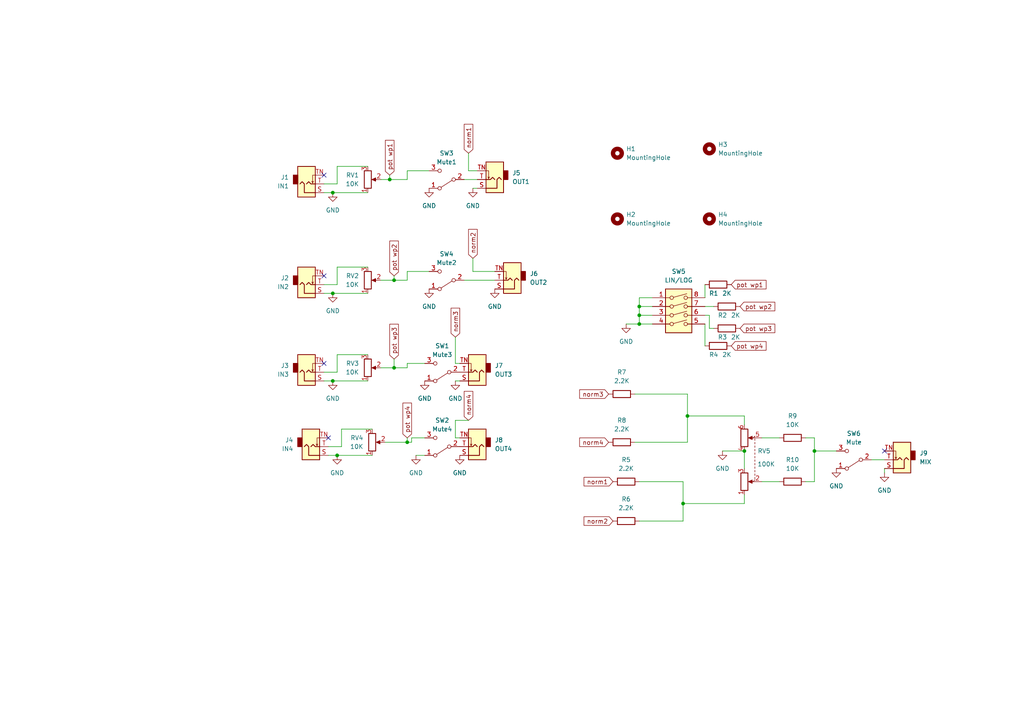
<source format=kicad_sch>
(kicad_sch (version 20211123) (generator eeschema)
  (paper "A4")
  (title_block (title "Attenuateur4") (date "2023-03-09"))
  (lib_symbols
    (symbol "Connector:AudioJack2_SwitchT"
      (property "Reference" "J" (at 0 8.89 0))
      (property "Value" "AudioJack2_SwitchT" (at 0 6.35 0))
      (symbol "AudioJack2_SwitchT_0_1"
        (rectangle (start -2.54 0) (end -3.81 -2.54) (stroke (width 0.254)) (fill (type outline)))
        (polyline (pts (xy 1.778 -0.254) (xy 2.032 -0.762)))
        (polyline (pts (xy 0 0) (xy 0.635 -0.635) (xy 1.27 0) (xy 2.54 0)) (stroke (width 0.254)))
        (polyline (pts (xy 2.54 -2.54) (xy 1.778 -2.54) (xy 1.778 -0.254) (xy 1.524 -0.762)))
        (polyline (pts (xy 2.54 2.54) (xy -0.635 2.54) (xy -0.635 0) (xy -1.27 -0.635) (xy -1.905 0)) (stroke (width 0.254)))
        (rectangle (start 2.54 3.81) (end -2.54 -5.08) (stroke (width 0.254)) (fill (type background)))
      )
      (symbol "AudioJack2_SwitchT_1_1"
        (pin passive line (at 5.08 2.54 180) (length 2.54) (name "~") (number "S"))
        (pin passive line (at 5.08 0 180) (length 2.54) (name "~") (number "T"))
        (pin passive line (at 5.08 -2.54 180) (length 2.54) (name "~") (number "TN"))
      )
    )
    (symbol "Device:R" (pin_numbers hide) (pin_names (offset 0))
      (property "Reference" "R" (at 2.032 0 90))
      (property "Value" "R" (at 0 0 90))
      (symbol "R_0_1"
        (rectangle (start -1.016 -2.54) (end 1.016 2.54) (stroke (width 0.254)))
      )
      (symbol "R_1_1"
        (pin passive line (at 0 3.81 270) (length 1.27) (name "~") (number "1"))
        (pin passive line (at 0 -3.81 90) (length 1.27) (name "~") (number "2"))
      )
    )
    (symbol "Device:R_Potentiometer" (pin_names (offset 1.016) hide)
      (property "Reference" "RV" (at -4.445 0 90))
      (property "Value" "R_Potentiometer" (at -2.54 0 90))
      (symbol "R_Potentiometer_0_1"
        (polyline (pts (xy 2.54 0) (xy 1.524 0)))
        (polyline (pts (xy 1.143 0) (xy 2.286 0.508) (xy 2.286 -0.508) (xy 1.143 0)) (fill (type outline)))
        (rectangle (start 1.016 2.54) (end -1.016 -2.54) (stroke (width 0.254)))
      )
      (symbol "R_Potentiometer_1_1"
        (pin passive line (at 0 3.81 270) (length 1.27) (name "1") (number "1"))
        (pin passive line (at 3.81 0 180) (length 1.27) (name "2") (number "2"))
        (pin passive line (at 0 -3.81 90) (length 1.27) (name "3") (number "3"))
      )
    )
    (symbol "Device:R_Potentiometer_Dual" (pin_names (offset 1.016) hide)
      (property "Reference" "RV" (at 0 3.81 0))
      (property "Value" "R_Potentiometer_Dual" (at 0 1.905 0))
      (symbol "R_Potentiometer_Dual_0_1"
        (rectangle (start -8.89 -1.524) (end -3.81 -3.556) (stroke (width 0.254)))
        (polyline (pts (xy -6.35 0) (xy -6.35 -1.016)))
        (polyline (pts (xy -6.35 0) (xy -6.35 -1.016)))
        (polyline (pts (xy -6.35 0) (xy -5.842 0.508)))
        (polyline (pts (xy -5.588 0.508) (xy -5.08 0.508)))
        (polyline (pts (xy -4.572 0.508) (xy -4.064 0.508)))
        (polyline (pts (xy -3.556 0.508) (xy -3.048 0.508)))
        (polyline (pts (xy -2.54 0.508) (xy -2.032 0.508)))
        (polyline (pts (xy -1.524 0.508) (xy -1.016 0.508)))
        (polyline (pts (xy -0.508 0.508) (xy 0 0.508)))
        (polyline (pts (xy 0.508 0.508) (xy 1.016 0.508)))
        (polyline (pts (xy 1.524 0.508) (xy 2.032 0.508)))
        (polyline (pts (xy 2.54 0.508) (xy 3.048 0.508)))
        (polyline (pts (xy 3.556 0.508) (xy 4.064 0.508)))
        (polyline (pts (xy 4.572 0.508) (xy 5.08 0.508)))
        (polyline (pts (xy 5.588 0.508) (xy 6.096 0.508)))
        (polyline (pts (xy 6.35 0) (xy 6.35 -1.016)))
        (polyline (pts (xy 6.35 0) (xy 6.35 -1.016)))
        (polyline (pts (xy 6.604 0.508) (xy 6.858 0.508) (xy 6.35 0)))
        (polyline (pts (xy -6.35 -1.397) (xy -6.858 -0.254) (xy -5.842 -0.254) (xy -6.35 -1.397)) (fill (type outline)))
        (polyline (pts (xy 6.35 -1.397) (xy 5.842 -0.254) (xy 6.858 -0.254) (xy 6.35 -1.397)) (fill (type outline)))
        (rectangle (start 3.81 -1.524) (end 8.89 -3.556) (stroke (width 0.254)))
      )
      (symbol "R_Potentiometer_Dual_1_1"
        (pin passive line (at -10.16 -2.54 0) (length 1.27) (name "1") (number "1"))
        (pin passive line (at -6.35 2.54 270) (length 2.54) (name "2") (number "2"))
        (pin passive line (at -2.54 -2.54 180) (length 1.27) (name "3") (number "3"))
        (pin passive line (at 2.54 -2.54 0) (length 1.27) (name "4") (number "4"))
        (pin passive line (at 6.35 2.54 270) (length 2.54) (name "5") (number "5"))
        (pin passive line (at 10.16 -2.54 180) (length 1.27) (name "6") (number "6"))
      )
    )
    (symbol "Mechanical:MountingHole" (pin_names (offset 1.016))
      (property "Reference" "H" (at 0 5.08 0))
      (property "Value" "MountingHole" (at 0 3.175 0))
      (symbol "MountingHole_0_1"
        (circle (center 0 0) (radius 1.27) (stroke (width 1.27)))
      )
    )
    (symbol "Switch:SW_DIP_x04" (pin_names (offset 0) hide)
      (property "Reference" "SW" (at 0 8.89 0))
      (property "Value" "SW_DIP_x04" (at 0 -6.35 0))
      (symbol "SW_DIP_x04_0_0"
        (circle (center -2.032 -2.54) (radius 0.508))
        (circle (center -2.032 0) (radius 0.508))
        (circle (center -2.032 2.54) (radius 0.508))
        (circle (center -2.032 5.08) (radius 0.508))
        (polyline (pts (xy -1.524 -2.3876) (xy 2.3622 -1.3462)))
        (polyline (pts (xy -1.524 0.127) (xy 2.3622 1.1684)))
        (polyline (pts (xy -1.524 2.667) (xy 2.3622 3.7084)))
        (polyline (pts (xy -1.524 5.207) (xy 2.3622 6.2484)))
        (circle (center 2.032 -2.54) (radius 0.508))
        (circle (center 2.032 0) (radius 0.508))
        (circle (center 2.032 2.54) (radius 0.508))
        (circle (center 2.032 5.08) (radius 0.508))
      )
      (symbol "SW_DIP_x04_0_1"
        (rectangle (start -3.81 7.62) (end 3.81 -5.08) (stroke (width 0.254)) (fill (type background)))
      )
      (symbol "SW_DIP_x04_1_1"
        (pin passive line (at -7.62 5.08 0) (length 5.08) (name "~") (number "1"))
        (pin passive line (at -7.62 2.54 0) (length 5.08) (name "~") (number "2"))
        (pin passive line (at -7.62 0 0) (length 5.08) (name "~") (number "3"))
        (pin passive line (at -7.62 -2.54 0) (length 5.08) (name "~") (number "4"))
        (pin passive line (at 7.62 -2.54 180) (length 5.08) (name "~") (number "5"))
        (pin passive line (at 7.62 0 180) (length 5.08) (name "~") (number "6"))
        (pin passive line (at 7.62 2.54 180) (length 5.08) (name "~") (number "7"))
        (pin passive line (at 7.62 5.08 180) (length 5.08) (name "~") (number "8"))
      )
    )
    (symbol "Switch:SW_SPDT" (pin_names (offset 0) hide)
      (property "Reference" "SW" (at 0 4.318 0))
      (property "Value" "SW_SPDT" (at 0 -5.08 0))
      (symbol "SW_SPDT_0_0"
        (circle (center -2.032 0) (radius 0.508))
        (circle (center 2.032 -2.54) (radius 0.508))
      )
      (symbol "SW_SPDT_0_1"
        (polyline (pts (xy -1.524 0.254) (xy 1.651 2.286)))
        (circle (center 2.032 2.54) (radius 0.508))
      )
      (symbol "SW_SPDT_1_1"
        (pin passive line (at 5.08 2.54 180) (length 2.54) (name "A") (number "1"))
        (pin passive line (at -5.08 0 0) (length 2.54) (name "B") (number "2"))
        (pin passive line (at 5.08 -2.54 180) (length 2.54) (name "C") (number "3"))
      )
    )
    (symbol "power:GND" (power) (pin_names (offset 0))
      (property "Value" "GND" (at 0 -3.81 0))
      (symbol "GND_0_1"
        (polyline (pts (xy 0 0) (xy 0 -1.27) (xy 1.27 -1.27) (xy 0 -2.54) (xy -1.27 -1.27) (xy 0 -1.27)))
      )
      (symbol "GND_1_1"
        (pin power_in line (at 0 0 270) (length 0) hide (name "GND") (number "1"))
      )
    )
  )
  (junction (at 96.52 55.88))
  (junction (at 96.52 110.49))
  (junction (at 185.42 93.98))
  (junction (at 114.3 106.68))
  (junction (at 215.9 130.81))
  (junction (at 199.39 120.65))
  (junction (at 114.3 81.28))
  (junction (at 97.79 132.08))
  (junction (at 185.42 91.44))
  (junction (at 118.11 128.27))
  (junction (at 236.22 130.81))
  (junction (at 198.12 146.05))
  (junction (at 113.03 52.07))
  (junction (at 185.42 88.9))
  (junction (at 96.52 85.09))
  (no_connect (at 256.54 130.81))
  (no_connect (at 95.25 127))
  (no_connect (at 93.98 80.01))
  (no_connect (at 93.98 50.8))
  (no_connect (at 93.98 105.41))
  (wire (pts (xy 236.22 130.81) (xy 236.22 139.7)))
  (wire (pts (xy 236.22 127) (xy 236.22 130.81)))
  (wire (pts (xy 189.23 91.44) (xy 185.42 91.44)))
  (wire (pts (xy 185.42 151.13) (xy 198.12 151.13)))
  (wire (pts (xy 119.38 127) (xy 119.38 128.27)))
  (wire (pts (xy 233.68 127) (xy 236.22 127)))
  (wire (pts (xy 97.79 82.55) (xy 97.79 77.47)))
  (wire (pts (xy 119.38 128.27) (xy 118.11 128.27)))
  (wire (pts (xy 209.55 130.81) (xy 215.9 130.81)))
  (wire (pts (xy 96.52 55.88) (xy 106.68 55.88)))
  (wire (pts (xy 138.43 52.07) (xy 134.62 52.07)))
  (wire (pts (xy 118.11 127) (xy 118.11 128.27)))
  (wire (pts (xy 97.79 102.87) (xy 106.68 102.87)))
  (wire (pts (xy 118.11 78.74) (xy 118.11 81.28)))
  (wire (pts (xy 93.98 82.55) (xy 97.79 82.55)))
  (wire (pts (xy 184.15 128.27) (xy 199.39 128.27)))
  (wire (pts (xy 204.47 88.9) (xy 207.01 88.9)))
  (wire (pts (xy 97.79 48.26) (xy 106.68 48.26)))
  (wire (pts (xy 215.9 143.51) (xy 215.9 146.05)))
  (wire (pts (xy 93.98 110.49) (xy 96.52 110.49)))
  (wire (pts (xy 236.22 130.81) (xy 242.57 130.81)))
  (wire (pts (xy 99.06 129.54) (xy 99.06 124.46)))
  (wire (pts (xy 198.12 146.05) (xy 198.12 151.13)))
  (wire (pts (xy 93.98 85.09) (xy 96.52 85.09)))
  (wire (pts (xy 113.03 52.07) (xy 110.49 52.07)))
  (wire (pts (xy 118.11 81.28) (xy 114.3 81.28)))
  (wire (pts (xy 123.19 105.41) (xy 118.11 105.41)))
  (wire (pts (xy 137.16 54.61) (xy 138.43 54.61)))
  (wire (pts (xy 118.11 106.68) (xy 114.3 106.68)))
  (wire (pts (xy 135.89 49.53) (xy 138.43 49.53)))
  (wire (pts (xy 96.52 110.49) (xy 106.68 110.49)))
  (wire (pts (xy 114.3 81.28) (xy 110.49 81.28)))
  (wire (pts (xy 132.08 121.92) (xy 132.08 127)))
  (wire (pts (xy 118.11 105.41) (xy 118.11 106.68)))
  (wire (pts (xy 185.42 86.36) (xy 185.42 88.9)))
  (wire (pts (xy 133.35 110.49) (xy 132.08 110.49)))
  (wire (pts (xy 114.3 80.01) (xy 114.3 81.28)))
  (wire (pts (xy 132.08 127) (xy 133.35 127)))
  (wire (pts (xy 204.47 100.33) (xy 204.47 93.98)))
  (wire (pts (xy 215.9 120.65) (xy 199.39 120.65)))
  (wire (pts (xy 226.06 127) (xy 220.98 127)))
  (wire (pts (xy 204.47 91.44) (xy 205.74 91.44)))
  (wire (pts (xy 135.89 44.45) (xy 135.89 49.53)))
  (wire (pts (xy 97.79 107.95) (xy 97.79 102.87)))
  (wire (pts (xy 199.39 120.65) (xy 199.39 128.27)))
  (wire (pts (xy 118.11 128.27) (xy 111.76 128.27)))
  (wire (pts (xy 220.98 139.7) (xy 226.06 139.7)))
  (wire (pts (xy 135.89 121.92) (xy 132.08 121.92)))
  (wire (pts (xy 97.79 132.08) (xy 107.95 132.08)))
  (wire (pts (xy 93.98 107.95) (xy 97.79 107.95)))
  (wire (pts (xy 114.3 104.14) (xy 114.3 106.68)))
  (wire (pts (xy 215.9 135.89) (xy 215.9 130.81)))
  (wire (pts (xy 185.42 93.98) (xy 189.23 93.98)))
  (wire (pts (xy 137.16 78.74) (xy 143.51 78.74)))
  (wire (pts (xy 134.62 81.28) (xy 143.51 81.28)))
  (wire (pts (xy 120.65 132.08) (xy 123.19 132.08)))
  (wire (pts (xy 252.73 133.35) (xy 256.54 133.35)))
  (wire (pts (xy 118.11 49.53) (xy 118.11 52.07)))
  (wire (pts (xy 97.79 77.47) (xy 106.68 77.47)))
  (wire (pts (xy 132.08 105.41) (xy 133.35 105.41)))
  (wire (pts (xy 184.15 114.3) (xy 199.39 114.3)))
  (wire (pts (xy 185.42 91.44) (xy 185.42 93.98)))
  (wire (pts (xy 198.12 139.7) (xy 198.12 146.05)))
  (wire (pts (xy 124.46 78.74) (xy 118.11 78.74)))
  (wire (pts (xy 137.16 74.93) (xy 137.16 78.74)))
  (wire (pts (xy 113.03 50.8) (xy 113.03 52.07)))
  (wire (pts (xy 204.47 82.55) (xy 204.47 86.36)))
  (wire (pts (xy 199.39 114.3) (xy 199.39 120.65)))
  (wire (pts (xy 93.98 55.88) (xy 96.52 55.88)))
  (wire (pts (xy 96.52 85.09) (xy 106.68 85.09)))
  (wire (pts (xy 215.9 146.05) (xy 198.12 146.05)))
  (wire (pts (xy 95.25 132.08) (xy 97.79 132.08)))
  (wire (pts (xy 118.11 52.07) (xy 113.03 52.07)))
  (wire (pts (xy 215.9 123.19) (xy 215.9 120.65)))
  (wire (pts (xy 95.25 129.54) (xy 99.06 129.54)))
  (wire (pts (xy 114.3 106.68) (xy 110.49 106.68)))
  (wire (pts (xy 205.74 91.44) (xy 205.74 95.25)))
  (wire (pts (xy 189.23 88.9) (xy 185.42 88.9)))
  (wire (pts (xy 124.46 49.53) (xy 118.11 49.53)))
  (wire (pts (xy 236.22 139.7) (xy 233.68 139.7)))
  (wire (pts (xy 256.54 135.89) (xy 256.54 137.16)))
  (wire (pts (xy 123.19 127) (xy 119.38 127)))
  (wire (pts (xy 185.42 139.7) (xy 198.12 139.7)))
  (wire (pts (xy 205.74 95.25) (xy 207.01 95.25)))
  (wire (pts (xy 185.42 88.9) (xy 185.42 91.44)))
  (wire (pts (xy 97.79 53.34) (xy 97.79 48.26)))
  (wire (pts (xy 132.08 97.79) (xy 132.08 105.41)))
  (wire (pts (xy 181.61 93.98) (xy 185.42 93.98)))
  (wire (pts (xy 189.23 86.36) (xy 185.42 86.36)))
  (wire (pts (xy 93.98 53.34) (xy 97.79 53.34)))
  (wire (pts (xy 99.06 124.46) (xy 107.95 124.46)))
  (global_label "pot wp1" (shape input) (at 113.03 50.8 90) (property "Références Inter-Feuilles" "${INTERSHEET_REFS}" (effects hide)))
  (global_label "norm1" (shape input) (at 135.89 44.45 90) (property "Références Inter-Feuilles" "${INTERSHEET_REFS}" (effects hide)))
  (global_label "norm3" (shape input) (at 176.53 114.3 180) (property "Références Inter-Feuilles" "${INTERSHEET_REFS}" (effects hide)))
  (global_label "norm3" (shape input) (at 132.08 97.79 90) (property "Références Inter-Feuilles" "${INTERSHEET_REFS}" (effects hide)))
  (global_label "pot wp2" (shape input) (at 114.3 80.01 90) (property "Références Inter-Feuilles" "${INTERSHEET_REFS}" (effects hide)))
  (global_label "norm1" (shape input) (at 177.8 139.7 180) (property "Références Inter-Feuilles" "${INTERSHEET_REFS}" (effects hide)))
  (global_label "pot wp2" (shape input) (at 214.63 88.9 0) (property "Références Inter-Feuilles" "${INTERSHEET_REFS}" (effects hide)))
  (global_label "norm4" (shape input) (at 135.89 121.92 90) (property "Références Inter-Feuilles" "${INTERSHEET_REFS}" (effects hide)))
  (global_label "pot wp3" (shape input) (at 114.3 104.14 90) (property "Références Inter-Feuilles" "${INTERSHEET_REFS}" (effects hide)))
  (global_label "pot wp1" (shape input) (at 212.09 82.55 0) (property "Références Inter-Feuilles" "${INTERSHEET_REFS}" (effects hide)))
  (global_label "norm4" (shape input) (at 176.53 128.27 180) (property "Références Inter-Feuilles" "${INTERSHEET_REFS}" (effects hide)))
  (global_label "norm2" (shape input) (at 177.8 151.13 180) (property "Références Inter-Feuilles" "${INTERSHEET_REFS}" (effects hide)))
  (global_label "pot wp3" (shape input) (at 214.63 95.25 0) (property "Références Inter-Feuilles" "${INTERSHEET_REFS}" (effects hide)))
  (global_label "norm2" (shape input) (at 137.16 74.93 90) (property "Références Inter-Feuilles" "${INTERSHEET_REFS}" (effects hide)))
  (global_label "pot wp4" (shape input) (at 212.09 100.33 0) (property "Références Inter-Feuilles" "${INTERSHEET_REFS}" (effects hide)))
  (global_label "pot wp4" (shape input) (at 118.11 127 90) (property "Références Inter-Feuilles" "${INTERSHEET_REFS}" (effects hide)))
  (symbol (lib_id "power:GND") (at 97.79 132.08 0) (unit 1)
    (property "Reference" "#PWR04" (effects hide))
    (property "Value" "GND" (at 97.79 137.16 0))
  )
  (symbol (lib_id "Switch:SW_DIP_x04") (at 196.85 91.44 0) (unit 1)
    (property "Reference" "SW5" (at 196.85 78.74 0))
    (property "Value" "LIN/LOG" (at 196.85 81.28 0))
    (property "Footprint" "Button_Switch_THT:SW_DIP_SPSTx04_Slide_9.78x12.34mm_W7.62mm_P2.54mm" (effects hide))
  )
  (symbol (lib_id "Device:R") (at 210.82 95.25 90) (unit 1)
    (property "Reference" "R3" (at 209.55 97.79 90))
    (property "Value" "2K" (at 213.36 97.79 90))
    (property "Footprint" "Resistor_THT:R_Axial_DIN0207_L6.3mm_D2.5mm_P10.16mm_Horizontal" (effects hide))
  )
  (symbol (lib_id "Connector:AudioJack2_SwitchT") (at 148.59 81.28 180) (unit 1)
    (property "Reference" "J6" (at 153.67 79.3749 0) (effects (justify right)))
    (property "Value" "OUT2" (at 153.67 81.9149 0) (effects (justify right)))
    (property "Footprint" "Audio_Jack:Jack_3.5mm_QingPu_WQP-PJ301M-12_Vertical" (effects hide))
  )
  (symbol (lib_id "Connector:AudioJack2_SwitchT") (at 138.43 129.54 180) (unit 1)
    (property "Reference" "J8" (at 143.51 127.6349 0) (effects (justify right)))
    (property "Value" "OUT4" (at 143.51 130.1749 0) (effects (justify right)))
    (property "Footprint" "Audio_Jack:Jack_3.5mm_QingPu_WQP-PJ301M-12_Vertical" (effects hide))
  )
  (symbol (lib_id "power:GND") (at 181.61 93.98 0) (unit 1)
    (property "Reference" "#PWR0101" (effects hide))
    (property "Value" "GND" (at 181.61 99.06 0))
  )
  (symbol (lib_id "Device:R") (at 208.28 82.55 90) (unit 1)
    (property "Reference" "R1" (at 207.01 85.09 90))
    (property "Value" "2K" (at 210.82 85.09 90))
    (property "Footprint" "Resistor_THT:R_Axial_DIN0207_L6.3mm_D2.5mm_P10.16mm_Horizontal" (effects hide))
  )
  (symbol (lib_id "power:GND") (at 124.46 54.61 0) (unit 1)
    (property "Reference" "#PWR011" (effects hide))
    (property "Value" "GND" (at 124.46 59.69 0))
  )
  (symbol (lib_id "power:GND") (at 132.08 110.49 0) (unit 1)
    (property "Reference" "#PWR07" (effects hide))
    (property "Value" "GND" (at 132.08 115.57 0))
  )
  (symbol (lib_id "power:GND") (at 242.57 135.89 0) (unit 1)
    (property "Reference" "#PWR015" (effects hide))
    (property "Value" "GND" (at 242.57 140.97 0))
  )
  (symbol (lib_id "Connector:AudioJack2_SwitchT") (at 261.62 133.35 180) (unit 1)
    (property "Reference" "J9" (at 266.7 131.4449 0) (effects (justify right)))
    (property "Value" "MIX" (at 266.7 133.9849 0) (effects (justify right)))
    (property "Footprint" "Audio_Jack:Jack_3.5mm_QingPu_WQP-PJ301M-12_Vertical" (effects hide))
  )
  (symbol (lib_id "Mechanical:MountingHole") (at 205.74 63.5 0) (unit 1)
    (property "Reference" "H4" (at 208.28 62.2299 0) (effects (justify left)))
    (property "Value" "MountingHole" (at 208.28 64.7699 0) (effects (justify left)))
    (property "Footprint" "MountingHole:MountingHole_3.2mm_M3" (effects hide))
  )
  (symbol (lib_id "Device:R") (at 208.28 100.33 90) (unit 1)
    (property "Reference" "R4" (at 207.01 102.87 90))
    (property "Value" "2K" (at 210.82 102.87 90))
    (property "Footprint" "Resistor_THT:R_Axial_DIN0207_L6.3mm_D2.5mm_P10.16mm_Horizontal" (effects hide))
  )
  (symbol (lib_id "Device:R") (at 181.61 139.7 90) (unit 1)
    (property "Reference" "R5" (at 181.61 133.35 90))
    (property "Value" "2.2K" (at 181.61 135.89 90))
    (property "Footprint" "Resistor_THT:R_Axial_DIN0207_L6.3mm_D2.5mm_P10.16mm_Horizontal" (effects hide))
  )
  (symbol (lib_id "power:GND") (at 96.52 55.88 0) (unit 1)
    (property "Reference" "#PWR01" (effects hide))
    (property "Value" "GND" (at 96.52 60.96 0))
  )
  (symbol (lib_id "power:GND") (at 143.51 83.82 0) (unit 1)
    (property "Reference" "#PWR06" (effects hide))
    (property "Value" "GND" (at 143.51 88.9 0))
  )
  (symbol (lib_id "Connector:AudioJack2_SwitchT") (at 88.9 82.55 0) (mirror x) (unit 1)
    (property "Reference" "J2" (at 83.82 80.6449 0) (effects (justify right)))
    (property "Value" "IN2" (at 83.82 83.1849 0) (effects (justify right)))
    (property "Footprint" "Audio_Jack:Jack_3.5mm_QingPu_WQP-PJ301M-12_Vertical" (effects hide))
  )
  (symbol (lib_id "power:GND") (at 209.55 130.81 0) (unit 1)
    (property "Reference" "#PWR013" (effects hide))
    (property "Value" "GND" (at 209.55 135.89 0))
  )
  (symbol (lib_id "Switch:SW_SPDT") (at 128.27 107.95 180) (unit 1)
    (property "Reference" "SW1" (at 128.27 100.33 0))
    (property "Value" "Mute3" (at 128.27 102.87 0))
    (property "Footprint" "4MS_switch:Switch_Toggle_SPDT_Mini_SolderLug" (effects hide))
  )
  (symbol (lib_id "Switch:SW_SPDT") (at 247.65 133.35 180) (unit 1)
    (property "Reference" "SW6" (at 247.65 125.73 0))
    (property "Value" "Mute" (at 247.65 128.27 0))
    (property "Footprint" "4MS_switch:Switch_Toggle_SPDT_Mini_SolderLug" (effects hide))
  )
  (symbol (lib_id "Device:R") (at 180.34 128.27 90) (unit 1)
    (property "Reference" "R8" (at 180.34 121.92 90))
    (property "Value" "2.2K" (at 180.34 124.46 90))
    (property "Footprint" "Resistor_THT:R_Axial_DIN0207_L6.3mm_D2.5mm_P10.16mm_Horizontal" (effects hide))
  )
  (symbol (lib_id "power:GND") (at 124.46 83.82 0) (unit 1)
    (property "Reference" "#PWR012" (effects hide))
    (property "Value" "GND" (at 124.46 88.9 0))
  )
  (symbol (lib_id "Connector:AudioJack2_SwitchT") (at 143.51 52.07 180) (unit 1)
    (property "Reference" "J5" (at 148.59 50.1649 0) (effects (justify right)))
    (property "Value" "OUT1" (at 148.59 52.7049 0) (effects (justify right)))
    (property "Footprint" "Audio_Jack:Jack_3.5mm_QingPu_WQP-PJ301M-12_Vertical" (effects hide))
  )
  (symbol (lib_id "power:GND") (at 133.35 132.08 0) (unit 1)
    (property "Reference" "#PWR08" (effects hide))
    (property "Value" "GND" (at 133.35 137.16 0))
  )
  (symbol (lib_id "Device:R_Potentiometer") (at 106.68 81.28 0) (mirror x) (unit 1)
    (property "Reference" "RV2" (at 104.14 80.0099 0) (effects (justify right)))
    (property "Value" "10K" (at 104.14 82.5499 0) (effects (justify right)))
    (property "Footprint" "Potentiometer_THT:Potentiometer_Alpha_RD901F-40-00D_Single_Vertical" (effects hide))
  )
  (symbol (lib_id "power:GND") (at 137.16 54.61 0) (unit 1)
    (property "Reference" "#PWR05" (effects hide))
    (property "Value" "GND" (at 137.16 59.69 0))
  )
  (symbol (lib_id "power:GND") (at 120.65 132.08 0) (unit 1)
    (property "Reference" "#PWR010" (effects hide))
    (property "Value" "GND" (at 120.65 137.16 0))
  )
  (symbol (lib_id "Device:R") (at 180.34 114.3 90) (unit 1)
    (property "Reference" "R7" (at 180.34 107.95 90))
    (property "Value" "2.2K" (at 180.34 110.49 90))
    (property "Footprint" "Resistor_THT:R_Axial_DIN0207_L6.3mm_D2.5mm_P10.16mm_Horizontal" (effects hide))
  )
  (symbol (lib_id "power:GND") (at 96.52 110.49 0) (unit 1)
    (property "Reference" "#PWR03" (effects hide))
    (property "Value" "GND" (at 96.52 115.57 0))
  )
  (symbol (lib_id "power:GND") (at 96.52 85.09 0) (unit 1)
    (property "Reference" "#PWR02" (effects hide))
    (property "Value" "GND" (at 96.52 90.17 0))
  )
  (symbol (lib_id "Connector:AudioJack2_SwitchT") (at 88.9 107.95 0) (mirror x) (unit 1)
    (property "Reference" "J3" (at 83.82 106.0449 0) (effects (justify right)))
    (property "Value" "IN3" (at 83.82 108.5849 0) (effects (justify right)))
    (property "Footprint" "Audio_Jack:Jack_3.5mm_QingPu_WQP-PJ301M-12_Vertical" (effects hide))
  )
  (symbol (lib_id "Device:R_Potentiometer") (at 107.95 128.27 0) (mirror x) (unit 1)
    (property "Reference" "RV4" (at 105.41 126.9999 0) (effects (justify right)))
    (property "Value" "10K" (at 105.41 129.5399 0) (effects (justify right)))
    (property "Footprint" "Potentiometer_THT:Potentiometer_Alpha_RD901F-40-00D_Single_Vertical" (effects hide))
  )
  (symbol (lib_id "Device:R") (at 181.61 151.13 90) (unit 1)
    (property "Reference" "R6" (at 181.61 144.78 90))
    (property "Value" "2.2K" (at 181.61 147.32 90))
    (property "Footprint" "Resistor_THT:R_Axial_DIN0207_L6.3mm_D2.5mm_P10.16mm_Horizontal" (effects hide))
  )
  (symbol (lib_id "Device:R") (at 210.82 88.9 90) (unit 1)
    (property "Reference" "R2" (at 209.55 91.44 90))
    (property "Value" "2K" (at 213.36 91.44 90))
    (property "Footprint" "Resistor_THT:R_Axial_DIN0207_L6.3mm_D2.5mm_P10.16mm_Horizontal" (effects hide))
  )
  (symbol (lib_id "power:GND") (at 256.54 137.16 0) (unit 1)
    (property "Reference" "#PWR014" (effects hide))
    (property "Value" "GND" (at 256.54 142.24 0))
  )
  (symbol (lib_id "Device:R_Potentiometer") (at 106.68 52.07 0) (mirror x) (unit 1)
    (property "Reference" "RV1" (at 104.14 50.7999 0) (effects (justify right)))
    (property "Value" "10K" (at 104.14 53.3399 0) (effects (justify right)))
    (property "Footprint" "Potentiometer_THT:Potentiometer_Alpha_RD901F-40-00D_Single_Vertical" (effects hide))
  )
  (symbol (lib_id "Mechanical:MountingHole") (at 179.07 63.5 0) (unit 1)
    (property "Reference" "H2" (at 181.61 62.2299 0) (effects (justify left)))
    (property "Value" "MountingHole" (at 181.61 64.7699 0) (effects (justify left)))
    (property "Footprint" "MountingHole:MountingHole_3.2mm_M3" (effects hide))
  )
  (symbol (lib_id "Connector:AudioJack2_SwitchT") (at 138.43 107.95 180) (unit 1)
    (property "Reference" "J7" (at 143.51 106.0449 0) (effects (justify right)))
    (property "Value" "OUT3" (at 143.51 108.5849 0) (effects (justify right)))
    (property "Footprint" "Audio_Jack:Jack_3.5mm_QingPu_WQP-PJ301M-12_Vertical" (effects hide))
  )
  (symbol (lib_id "Device:R_Potentiometer") (at 106.68 106.68 0) (mirror x) (unit 1)
    (property "Reference" "RV3" (at 104.14 105.4099 0) (effects (justify right)))
    (property "Value" "10K" (at 104.14 107.9499 0) (effects (justify right)))
    (property "Footprint" "Potentiometer_THT:Potentiometer_Alpha_RD901F-40-00D_Single_Vertical" (effects hide))
  )
  (symbol (lib_id "Switch:SW_SPDT") (at 129.54 52.07 180) (unit 1)
    (property "Reference" "SW3" (at 129.54 44.45 0))
    (property "Value" "Mute1" (at 129.54 46.99 0))
    (property "Footprint" "4MS_switch:Switch_Toggle_SPDT_Mini_SolderLug" (effects hide))
  )
  (symbol (lib_id "power:GND") (at 123.19 110.49 0) (unit 1)
    (property "Reference" "#PWR09" (effects hide))
    (property "Value" "GND" (at 123.19 115.57 0))
  )
  (symbol (lib_id "Device:R_Potentiometer_Dual") (at 218.44 133.35 270) (mirror x) (unit 1)
    (property "Reference" "RV5" (at 223.52 130.81 90) (effects (justify right)))
    (property "Value" "100K" (at 224.79 134.62 90) (effects (justify right)))
    (property "Footprint" "Potentiometer_THT:Potentiometer_Alpha_RD902F-40-00D_Dual_Vertical" (effects hide))
  )
  (symbol (lib_id "Switch:SW_SPDT") (at 128.27 129.54 180) (unit 1)
    (property "Reference" "SW2" (at 128.27 121.92 0))
    (property "Value" "Mute4" (at 128.27 124.46 0))
    (property "Footprint" "4MS_switch:Switch_Toggle_SPDT_Mini_SolderLug" (effects hide))
  )
  (symbol (lib_id "Device:R") (at 229.87 127 270) (unit 1)
    (property "Reference" "R9" (at 229.87 120.65 90))
    (property "Value" "10K" (at 229.87 123.19 90))
    (property "Footprint" "Resistor_THT:R_Axial_DIN0207_L6.3mm_D2.5mm_P10.16mm_Horizontal" (effects hide))
  )
  (symbol (lib_id "Switch:SW_SPDT") (at 129.54 81.28 180) (unit 1)
    (property "Reference" "SW4" (at 129.54 73.66 0))
    (property "Value" "Mute2" (at 129.54 76.2 0))
    (property "Footprint" "4MS_switch:Switch_Toggle_SPDT_Mini_SolderLug" (effects hide))
  )
  (symbol (lib_id "Connector:AudioJack2_SwitchT") (at 88.9 53.34 0) (mirror x) (unit 1)
    (property "Reference" "J1" (at 83.82 51.4349 0) (effects (justify right)))
    (property "Value" "IN1" (at 83.82 53.9749 0) (effects (justify right)))
    (property "Footprint" "Audio_Jack:Jack_3.5mm_QingPu_WQP-PJ301M-12_Vertical" (effects hide))
  )
  (symbol (lib_id "Connector:AudioJack2_SwitchT") (at 90.17 129.54 0) (mirror x) (unit 1)
    (property "Reference" "J4" (at 85.09 127.6349 0) (effects (justify right)))
    (property "Value" "IN4" (at 85.09 130.1749 0) (effects (justify right)))
    (property "Footprint" "Audio_Jack:Jack_3.5mm_QingPu_WQP-PJ301M-12_Vertical" (effects hide))
  )
  (symbol (lib_id "Device:R") (at 229.87 139.7 270) (unit 1)
    (property "Reference" "R10" (at 229.87 133.35 90))
    (property "Value" "10K" (at 229.87 135.89 90))
    (property "Footprint" "Resistor_THT:R_Axial_DIN0207_L6.3mm_D2.5mm_P10.16mm_Horizontal" (effects hide))
  )
  (symbol (lib_id "Mechanical:MountingHole") (at 179.07 44.45 0) (unit 1)
    (property "Reference" "H1" (at 181.61 43.1799 0) (effects (justify left)))
    (property "Value" "MountingHole" (at 181.61 45.7199 0) (effects (justify left)))
    (property "Footprint" "MountingHole:MountingHole_3.2mm_M3" (effects hide))
  )
  (symbol (lib_id "Mechanical:MountingHole") (at 205.74 43.18 0) (unit 1)
    (property "Reference" "H3" (at 208.28 41.9099 0) (effects (justify left)))
    (property "Value" "MountingHole" (at 208.28 44.4499 0) (effects (justify left)))
    (property "Footprint" "MountingHole:MountingHole_3.2mm_M3" (effects hide))
  )
)
</source>
